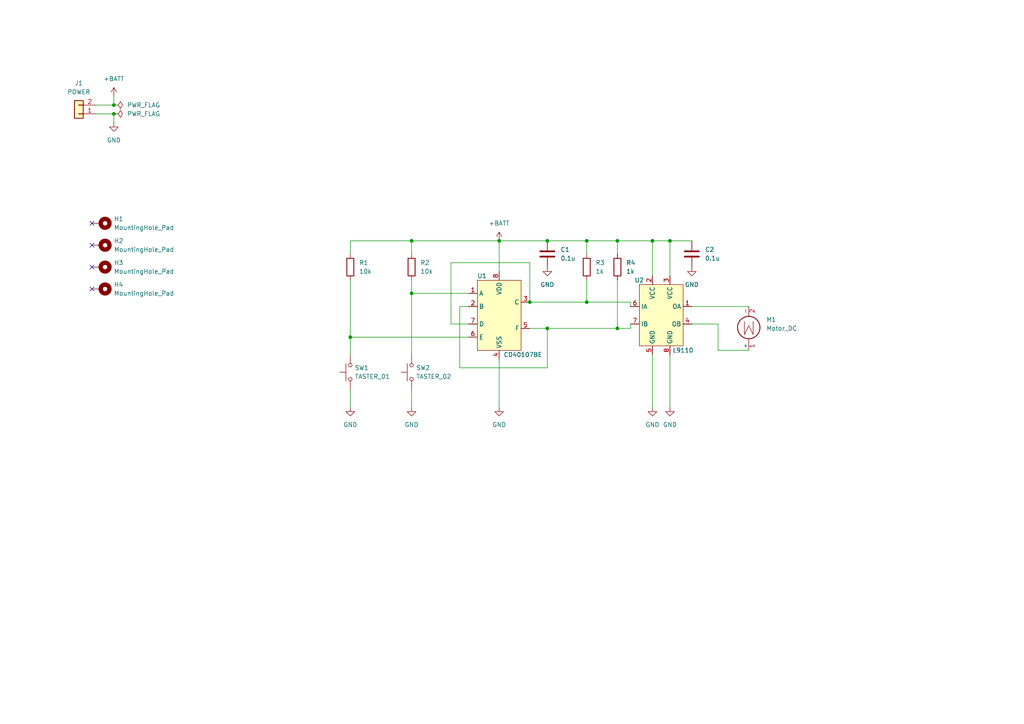
<source format=kicad_sch>
(kicad_sch (version 20211123) (generator eeschema)
  (paper "A4")
  (lib_symbols
    (symbol "Connector_Generic:Conn_01x02" (pin_names (offset 1.016) hide)
      (property "Reference" "J" (at 0 2.54 0))
      (property "Value" "Conn_01x02" (at 0 -5.08 0))
      (symbol "Conn_01x02_1_1"
        (rectangle (start -1.27 -2.413) (end 0 -2.667) (stroke (width 0.1524)))
        (rectangle (start -1.27 0.127) (end 0 -0.127) (stroke (width 0.1524)))
        (rectangle (start -1.27 1.27) (end 1.27 -3.81) (stroke (width 0.254)) (fill (type background)))
        (pin passive line (at -5.08 0 0) (length 3.81) (name "Pin_1") (number "1"))
        (pin passive line (at -5.08 -2.54 0) (length 3.81) (name "Pin_2") (number "2"))
      )
    )
    (symbol "Device:C" (pin_numbers hide) (pin_names (offset 0.254))
      (property "Reference" "C" (at 0.635 2.54 0))
      (property "Value" "C" (at 0.635 -2.54 0))
      (symbol "C_0_1"
        (polyline (pts (xy -2.032 -0.762) (xy 2.032 -0.762)) (stroke (width 0.508)))
        (polyline (pts (xy -2.032 0.762) (xy 2.032 0.762)) (stroke (width 0.508)))
      )
      (symbol "C_1_1"
        (pin passive line (at 0 3.81 270) (length 2.794) (name "~") (number "1"))
        (pin passive line (at 0 -3.81 90) (length 2.794) (name "~") (number "2"))
      )
    )
    (symbol "Device:R" (pin_numbers hide) (pin_names (offset 0))
      (property "Reference" "R" (at 2.032 0 90))
      (property "Value" "R" (at 0 0 90))
      (symbol "R_0_1"
        (rectangle (start -1.016 -2.54) (end 1.016 2.54) (stroke (width 0.254)))
      )
      (symbol "R_1_1"
        (pin passive line (at 0 3.81 270) (length 1.27) (name "~") (number "1"))
        (pin passive line (at 0 -3.81 90) (length 1.27) (name "~") (number "2"))
      )
    )
    (symbol "Mechanical:MountingHole_Pad" (pin_numbers hide) (pin_names (offset 1.016) hide)
      (property "Reference" "H" (at 0 6.35 0))
      (property "Value" "MountingHole_Pad" (at 0 4.445 0))
      (symbol "MountingHole_Pad_0_1"
        (circle (center 0 1.27) (radius 1.27) (stroke (width 1.27)))
      )
      (symbol "MountingHole_Pad_1_1"
        (pin input line (at 0 -2.54 90) (length 2.54) (name "1") (number "1"))
      )
    )
    (symbol "Motor:Motor_DC" (pin_names (offset 0))
      (property "Reference" "M" (at 2.54 2.54 0))
      (property "Value" "Motor_DC" (at 2.54 -5.08 0))
      (symbol "Motor_DC_0_0"
        (polyline (pts (xy -1.27 -3.302) (xy -1.27 0.508) (xy 0 -2.032) (xy 1.27 0.508) (xy 1.27 -3.302)))
      )
      (symbol "Motor_DC_0_1"
        (circle (center 0 -1.524) (radius 3.2512) (stroke (width 0.254)))
        (polyline (pts (xy 0 -7.62) (xy 0 -7.112)))
        (polyline (pts (xy 0 -4.7752) (xy 0 -5.1816)))
        (polyline (pts (xy 0 1.7272) (xy 0 2.0828)))
        (polyline (pts (xy 0 2.032) (xy 0 2.54)))
      )
      (symbol "Motor_DC_1_1"
        (pin passive line (at 0 5.08 270) (length 2.54) (name "+") (number "1"))
        (pin passive line (at 0 -7.62 90) (length 2.54) (name "-") (number "2"))
      )
    )
    (symbol "Switch:SW_Push" (pin_numbers hide) (pin_names (offset 1.016) hide)
      (property "Reference" "SW" (at 1.27 2.54 0))
      (property "Value" "SW_Push" (at 0 -1.524 0))
      (symbol "SW_Push_0_1"
        (circle (center -2.032 0) (radius 0.508))
        (polyline (pts (xy 0 1.27) (xy 0 3.048)))
        (polyline (pts (xy 2.54 1.27) (xy -2.54 1.27)))
        (circle (center 2.032 0) (radius 0.508))
        (pin passive line (at -5.08 0 0) (length 2.54) (name "1") (number "1"))
        (pin passive line (at 5.08 0 180) (length 2.54) (name "2") (number "2"))
      )
    )
    (symbol "p_driver:L9110"
      (property "Reference" "U" (at -5.08 10.16 0))
      (property "Value" "L9110" (at 7.62 -10.16 0))
      (symbol "L9110_0_1"
        (rectangle (start -6.35 8.89) (end 6.35 -8.89) (fill (type background)))
      )
      (symbol "L9110_1_1"
        (pin output line (at 8.89 2.54 180) (length 2.54) (name "OA") (number "1"))
        (pin power_in line (at -2.54 11.43 270) (length 2.54) (name "VCC") (number "2"))
        (pin power_in line (at 2.54 11.43 270) (length 2.54) (name "VCC") (number "3"))
        (pin output line (at 8.89 -2.54 180) (length 2.54) (name "OB") (number "4"))
        (pin power_in line (at -2.54 -11.43 90) (length 2.54) (name "GND") (number "5"))
        (pin input line (at -8.89 2.54 0) (length 2.54) (name "IA") (number "6"))
        (pin input line (at -8.89 -2.54 0) (length 2.54) (name "IB") (number "7"))
        (pin power_in line (at 2.54 -11.43 90) (length 2.54) (name "GND") (number "8"))
      )
    )
    (symbol "p_logic:CD40107BE"
      (property "Reference" "U" (at -5.08 11.43 0))
      (property "Value" "CD40107BE" (at 6.35 -11.43 0))
      (symbol "CD40107BE_0_1"
        (rectangle (start -6.35 10.16) (end 6.35 -10.16) (fill (type background)))
      )
      (symbol "CD40107BE_1_1"
        (pin input line (at -8.89 6.35 0) (length 2.54) (name "A") (number "1"))
        (pin input line (at -8.89 2.54 0) (length 2.54) (name "B") (number "2"))
        (pin output line (at 8.89 3.81 180) (length 2.54) (name "C") (number "3"))
        (pin power_in line (at 0 -12.7 90) (length 2.54) (name "VSS") (number "4"))
        (pin output line (at 8.89 -3.81 180) (length 2.54) (name "F") (number "5"))
        (pin input line (at -8.89 -6.35 0) (length 2.54) (name "E") (number "6"))
        (pin input line (at -8.89 -2.54 0) (length 2.54) (name "D") (number "7"))
        (pin power_in line (at 0 12.7 270) (length 2.54) (name "VDD") (number "8"))
      )
    )
    (symbol "power:+BATT" (power) (pin_names (offset 0))
      (property "Value" "+BATT" (at 0 3.556 0))
      (symbol "+BATT_0_1"
        (polyline (pts (xy -0.762 1.27) (xy 0 2.54)))
        (polyline (pts (xy 0 0) (xy 0 2.54)))
        (polyline (pts (xy 0 2.54) (xy 0.762 1.27)))
      )
      (symbol "+BATT_1_1"
        (pin power_in line (at 0 0 90) (length 0) hide (name "+BATT") (number "1"))
      )
    )
    (symbol "power:GND" (power) (pin_names (offset 0))
      (property "Value" "GND" (at 0 -3.81 0))
      (symbol "GND_0_1"
        (polyline (pts (xy 0 0) (xy 0 -1.27) (xy 1.27 -1.27) (xy 0 -2.54) (xy -1.27 -1.27) (xy 0 -1.27)))
      )
      (symbol "GND_1_1"
        (pin power_in line (at 0 0 270) (length 0) hide (name "GND") (number "1"))
      )
    )
    (symbol "power:PWR_FLAG" (power) (pin_numbers hide) (pin_names (offset 0) hide)
      (property "Value" "PWR_FLAG" (at 0 3.81 0))
      (symbol "PWR_FLAG_0_0"
        (pin power_out line (at 0 0 90) (length 0) (name "pwr") (number "1"))
      )
      (symbol "PWR_FLAG_0_1"
        (polyline (pts (xy 0 0) (xy 0 1.27) (xy -1.016 1.905) (xy 0 2.54) (xy 1.016 1.905) (xy 0 1.27)))
      )
    )
  )
  (junction (at 189.23 69.85))
  (junction (at 101.6 97.79))
  (junction (at 119.38 85.09))
  (junction (at 153.67 87.63))
  (junction (at 194.31 69.85))
  (junction (at 158.75 69.85))
  (junction (at 170.18 87.63))
  (junction (at 33.02 30.48))
  (junction (at 144.78 69.85))
  (junction (at 179.07 95.25))
  (junction (at 33.02 33.02))
  (junction (at 179.07 69.85))
  (junction (at 170.18 69.85))
  (junction (at 119.38 69.85))
  (junction (at 158.75 95.25))
  (no_connect (at 26.67 64.77))
  (no_connect (at 26.67 71.12))
  (no_connect (at 26.67 77.47))
  (no_connect (at 26.67 83.82))
  (wire (pts (xy 130.81 93.98) (xy 135.89 93.98)))
  (wire (pts (xy 158.75 95.25) (xy 153.67 95.25)))
  (wire (pts (xy 170.18 87.63) (xy 182.88 87.63)))
  (wire (pts (xy 27.94 33.02) (xy 33.02 33.02)))
  (wire (pts (xy 119.38 85.09) (xy 135.89 85.09)))
  (wire (pts (xy 170.18 69.85) (xy 170.18 73.66)))
  (wire (pts (xy 135.89 88.9) (xy 133.35 88.9)))
  (wire (pts (xy 144.78 69.85) (xy 158.75 69.85)))
  (wire (pts (xy 182.88 95.25) (xy 182.88 93.98)))
  (wire (pts (xy 200.66 88.9) (xy 217.17 88.9)))
  (wire (pts (xy 133.35 88.9) (xy 133.35 106.68)))
  (wire (pts (xy 179.07 69.85) (xy 179.07 73.66)))
  (wire (pts (xy 101.6 113.03) (xy 101.6 118.11)))
  (wire (pts (xy 182.88 87.63) (xy 182.88 88.9)))
  (wire (pts (xy 119.38 81.28) (xy 119.38 85.09)))
  (wire (pts (xy 101.6 69.85) (xy 101.6 73.66)))
  (wire (pts (xy 33.02 33.02) (xy 33.02 35.56)))
  (wire (pts (xy 189.23 69.85) (xy 194.31 69.85)))
  (wire (pts (xy 153.67 76.2) (xy 130.81 76.2)))
  (wire (pts (xy 200.66 93.98) (xy 208.28 93.98)))
  (wire (pts (xy 189.23 102.87) (xy 189.23 118.11)))
  (wire (pts (xy 33.02 30.48) (xy 33.02 27.94)))
  (wire (pts (xy 101.6 81.28) (xy 101.6 97.79)))
  (wire (pts (xy 158.75 95.25) (xy 179.07 95.25)))
  (wire (pts (xy 194.31 102.87) (xy 194.31 118.11)))
  (wire (pts (xy 170.18 69.85) (xy 179.07 69.85)))
  (wire (pts (xy 133.35 106.68) (xy 158.75 106.68)))
  (wire (pts (xy 194.31 69.85) (xy 194.31 80.01)))
  (wire (pts (xy 153.67 87.63) (xy 153.67 76.2)))
  (wire (pts (xy 208.28 101.6) (xy 217.17 101.6)))
  (wire (pts (xy 27.94 30.48) (xy 33.02 30.48)))
  (wire (pts (xy 101.6 97.79) (xy 135.89 97.79)))
  (wire (pts (xy 194.31 69.85) (xy 200.66 69.85)))
  (wire (pts (xy 189.23 69.85) (xy 189.23 80.01)))
  (wire (pts (xy 101.6 97.79) (xy 101.6 102.87)))
  (wire (pts (xy 158.75 69.85) (xy 170.18 69.85)))
  (wire (pts (xy 179.07 95.25) (xy 182.88 95.25)))
  (wire (pts (xy 119.38 113.03) (xy 119.38 118.11)))
  (wire (pts (xy 153.67 87.63) (xy 170.18 87.63)))
  (wire (pts (xy 119.38 69.85) (xy 144.78 69.85)))
  (wire (pts (xy 170.18 81.28) (xy 170.18 87.63)))
  (wire (pts (xy 119.38 85.09) (xy 119.38 102.87)))
  (wire (pts (xy 179.07 81.28) (xy 179.07 95.25)))
  (wire (pts (xy 179.07 69.85) (xy 189.23 69.85)))
  (wire (pts (xy 130.81 76.2) (xy 130.81 93.98)))
  (wire (pts (xy 101.6 69.85) (xy 119.38 69.85)))
  (wire (pts (xy 119.38 69.85) (xy 119.38 73.66)))
  (wire (pts (xy 158.75 106.68) (xy 158.75 95.25)))
  (wire (pts (xy 144.78 104.14) (xy 144.78 118.11)))
  (wire (pts (xy 208.28 93.98) (xy 208.28 101.6)))
  (wire (pts (xy 144.78 78.74) (xy 144.78 69.85)))
  (symbol (lib_id "Motor:Motor_DC") (at 217.17 96.52 180) (unit 1)
    (property "Reference" "M1" (at 222.25 92.7099 0) (effects (justify right)))
    (property "Value" "Motor_DC" (at 222.25 95.2499 0) (effects (justify right)))
    (property "Footprint" "Connector_JST:JST_PH_B2B-PH-K_1x02_P2.00mm_Vertical" (effects hide))
  )
  (symbol (lib_id "power:GND") (at 200.66 77.47 0) (unit 1)
    (property "Reference" "#PWR010" (effects hide))
    (property "Value" "GND" (at 200.66 82.55 0))
  )
  (symbol (lib_id "Switch:SW_Push") (at 119.38 107.95 90) (unit 1)
    (property "Reference" "SW2" (at 120.65 106.6799 90) (effects (justify right)))
    (property "Value" "TASTER_02" (at 120.65 109.2199 90) (effects (justify right)))
    (property "Footprint" "Connector_JST:JST_PH_B2B-PH-K_1x02_P2.00mm_Vertical" (effects hide))
  )
  (symbol (lib_id "Device:R") (at 119.38 77.47 0) (unit 1)
    (property "Reference" "R2" (at 121.92 76.1999 0) (effects (justify left)))
    (property "Value" "10k" (at 121.92 78.7399 0) (effects (justify left)))
    (property "Footprint" "Resistor_SMD:R_1206_3216Metric" (effects hide))
  )
  (symbol (lib_id "power:GND") (at 144.78 118.11 0) (unit 1)
    (property "Reference" "#PWR0108" (effects hide))
    (property "Value" "GND" (at 144.78 123.19 0))
  )
  (symbol (lib_id "Device:C") (at 158.75 73.66 0) (unit 1)
    (property "Reference" "C1" (at 162.56 72.3899 0) (effects (justify left)))
    (property "Value" "0.1u" (at 162.56 74.9299 0) (effects (justify left)))
    (property "Footprint" "Capacitor_SMD:C_1206_3216Metric" (effects hide))
  )
  (symbol (lib_id "power:+BATT") (at 33.02 27.94 0) (unit 1)
    (property "Reference" "#PWR0103" (effects hide))
    (property "Value" "+BATT" (at 33.02 22.86 0))
  )
  (symbol (lib_id "Switch:SW_Push") (at 101.6 107.95 90) (unit 1)
    (property "Reference" "SW1" (at 102.87 106.6799 90) (effects (justify right)))
    (property "Value" "TASTER_01" (at 102.87 109.2199 90) (effects (justify right)))
    (property "Footprint" "Connector_JST:JST_PH_B2B-PH-K_1x02_P2.00mm_Vertical" (effects hide))
  )
  (symbol (lib_id "power:GND") (at 33.02 35.56 0) (unit 1)
    (property "Reference" "#PWR0102" (effects hide))
    (property "Value" "GND" (at 33.02 40.64 0))
  )
  (symbol (lib_id "power:GND") (at 158.75 77.47 0) (unit 1)
    (property "Reference" "#PWR07" (effects hide))
    (property "Value" "GND" (at 158.75 82.55 0))
  )
  (symbol (lib_id "Device:C") (at 200.66 73.66 0) (unit 1)
    (property "Reference" "C2" (at 204.47 72.3899 0) (effects (justify left)))
    (property "Value" "0.1u" (at 204.47 74.9299 0) (effects (justify left)))
    (property "Footprint" "Capacitor_SMD:C_1206_3216Metric" (effects hide))
  )
  (symbol (lib_id "Connector_Generic:Conn_01x02") (at 22.86 33.02 180) (unit 1)
    (property "Reference" "J1" (at 22.86 24.13 0))
    (property "Value" "POWER" (at 22.86 26.67 0))
    (property "Footprint" "Connector_JST:JST_PH_B2B-PH-K_1x02_P2.00mm_Vertical" (effects hide))
  )
  (symbol (lib_id "power:PWR_FLAG") (at 33.02 30.48 270) (unit 1)
    (property "Reference" "#FLG0101" (effects hide))
    (property "Value" "PWR_FLAG" (at 36.83 30.4799 90) (effects (justify left)))
  )
  (symbol (lib_id "Mechanical:MountingHole_Pad") (at 29.21 77.47 270) (unit 1)
    (property "Reference" "H3" (at 33.02 76.1999 90) (effects (justify left)))
    (property "Value" "MountingHole_Pad" (at 33.02 78.7399 90) (effects (justify left)))
    (property "Footprint" "MountingHole:MountingHole_3.2mm_M3_Pad_Via" (effects hide))
  )
  (symbol (lib_id "Mechanical:MountingHole_Pad") (at 29.21 71.12 270) (unit 1)
    (property "Reference" "H2" (at 33.02 69.8499 90) (effects (justify left)))
    (property "Value" "MountingHole_Pad" (at 33.02 72.3899 90) (effects (justify left)))
    (property "Footprint" "MountingHole:MountingHole_3.2mm_M3_Pad_Via" (effects hide))
  )
  (symbol (lib_id "p_driver:L9110") (at 191.77 91.44 0) (unit 1)
    (property "Reference" "U2" (at 185.42 81.28 0))
    (property "Value" "L9110" (at 198.12 101.6 0))
    (property "Footprint" "Package_DIP:DIP-8_W7.62mm_LongPads" (effects hide))
  )
  (symbol (lib_id "power:+BATT") (at 144.78 69.85 0) (unit 1)
    (property "Reference" "#PWR0101" (effects hide))
    (property "Value" "+BATT" (at 144.78 64.77 0))
  )
  (symbol (lib_id "power:GND") (at 101.6 118.11 0) (unit 1)
    (property "Reference" "#PWR0107" (effects hide))
    (property "Value" "GND" (at 101.6 123.19 0))
  )
  (symbol (lib_id "power:GND") (at 119.38 118.11 0) (unit 1)
    (property "Reference" "#PWR0106" (effects hide))
    (property "Value" "GND" (at 119.38 123.19 0))
  )
  (symbol (lib_id "Mechanical:MountingHole_Pad") (at 29.21 83.82 270) (unit 1)
    (property "Reference" "H4" (at 33.02 82.5499 90) (effects (justify left)))
    (property "Value" "MountingHole_Pad" (at 33.02 85.0899 90) (effects (justify left)))
    (property "Footprint" "MountingHole:MountingHole_3.2mm_M3_Pad_Via" (effects hide))
  )
  (symbol (lib_id "p_logic:CD40107BE") (at 144.78 91.44 0) (unit 1)
    (property "Reference" "U1" (at 138.43 80.01 0) (effects (justify left)))
    (property "Value" "CD40107BE" (at 146.05 102.87 0) (effects (justify left)))
    (property "Footprint" "Package_DIP:DIP-8_W7.62mm_LongPads" (effects hide))
  )
  (symbol (lib_id "power:GND") (at 189.23 118.11 0) (unit 1)
    (property "Reference" "#PWR0105" (effects hide))
    (property "Value" "GND" (at 189.23 123.19 0))
  )
  (symbol (lib_id "Mechanical:MountingHole_Pad") (at 29.21 64.77 270) (unit 1)
    (property "Reference" "H1" (at 33.02 63.4999 90) (effects (justify left)))
    (property "Value" "MountingHole_Pad" (at 33.02 66.0399 90) (effects (justify left)))
    (property "Footprint" "MountingHole:MountingHole_3.2mm_M3_Pad_Via" (effects hide))
  )
  (symbol (lib_id "power:PWR_FLAG") (at 33.02 33.02 270) (unit 1)
    (property "Reference" "#FLG0102" (effects hide))
    (property "Value" "PWR_FLAG" (at 36.83 33.0199 90) (effects (justify left)))
  )
  (symbol (lib_id "Device:R") (at 179.07 77.47 0) (unit 1)
    (property "Reference" "R4" (at 181.61 76.1999 0) (effects (justify left)))
    (property "Value" "1k" (at 181.61 78.7399 0) (effects (justify left)))
    (property "Footprint" "Resistor_SMD:R_1206_3216Metric" (effects hide))
  )
  (symbol (lib_id "Device:R") (at 101.6 77.47 0) (unit 1)
    (property "Reference" "R1" (at 104.14 76.1999 0) (effects (justify left)))
    (property "Value" "10k" (at 104.14 78.7399 0) (effects (justify left)))
    (property "Footprint" "Resistor_SMD:R_1206_3216Metric" (effects hide))
  )
  (symbol (lib_id "power:GND") (at 194.31 118.11 0) (unit 1)
    (property "Reference" "#PWR0104" (effects hide))
    (property "Value" "GND" (at 194.31 123.19 0))
  )
  (symbol (lib_id "Device:R") (at 170.18 77.47 0) (unit 1)
    (property "Reference" "R3" (at 172.72 76.1999 0) (effects (justify left)))
    (property "Value" "1k" (at 172.72 78.7399 0) (effects (justify left)))
    (property "Footprint" "Resistor_SMD:R_1206_3216Metric" (effects hide))
  )
)
</source>
